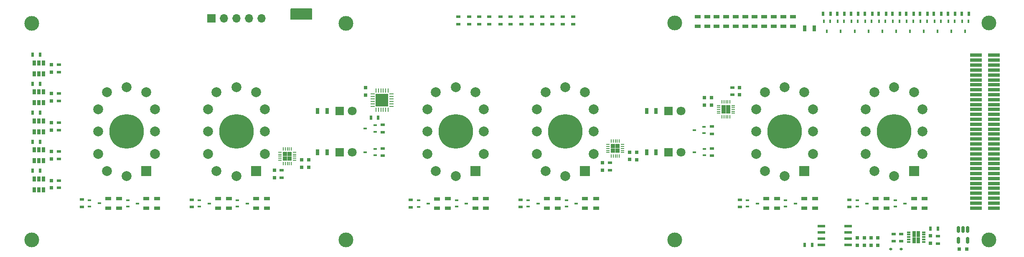
<source format=gbr>
%TF.GenerationSoftware,KiCad,Pcbnew,7.0.1*%
%TF.CreationDate,2023-08-11T20:05:16-05:00*%
%TF.ProjectId,IN12_carrier,494e3132-5f63-4617-9272-6965722e6b69,PRELIM*%
%TF.SameCoordinates,Original*%
%TF.FileFunction,Soldermask,Bot*%
%TF.FilePolarity,Negative*%
%FSLAX46Y46*%
G04 Gerber Fmt 4.6, Leading zero omitted, Abs format (unit mm)*
G04 Created by KiCad (PCBNEW 7.0.1) date 2023-08-11 20:05:16*
%MOMM*%
%LPD*%
G01*
G04 APERTURE LIST*
G04 Aperture macros list*
%AMRoundRect*
0 Rectangle with rounded corners*
0 $1 Rounding radius*
0 $2 $3 $4 $5 $6 $7 $8 $9 X,Y pos of 4 corners*
0 Add a 4 corners polygon primitive as box body*
4,1,4,$2,$3,$4,$5,$6,$7,$8,$9,$2,$3,0*
0 Add four circle primitives for the rounded corners*
1,1,$1+$1,$2,$3*
1,1,$1+$1,$4,$5*
1,1,$1+$1,$6,$7*
1,1,$1+$1,$8,$9*
0 Add four rect primitives between the rounded corners*
20,1,$1+$1,$2,$3,$4,$5,0*
20,1,$1+$1,$4,$5,$6,$7,0*
20,1,$1+$1,$6,$7,$8,$9,0*
20,1,$1+$1,$8,$9,$2,$3,0*%
G04 Aperture macros list end*
%ADD10C,3.000000*%
%ADD11C,7.000000*%
%ADD12R,2.000000X2.000000*%
%ADD13C,2.000000*%
%ADD14R,1.800000X1.800000*%
%ADD15C,1.800000*%
%ADD16R,0.700000X0.450000*%
%ADD17R,0.900000X0.500000*%
%ADD18R,1.300000X0.700000*%
%ADD19R,0.500000X0.900000*%
%ADD20R,0.750000X0.800000*%
%ADD21RoundRect,0.112500X-0.187500X-0.112500X0.187500X-0.112500X0.187500X0.112500X-0.187500X0.112500X0*%
%ADD22R,0.800000X0.750000*%
%ADD23R,2.438400X0.660400*%
%ADD24R,0.450000X0.700000*%
%ADD25O,0.750000X0.200000*%
%ADD26O,0.200000X0.750000*%
%ADD27R,0.925000X0.925000*%
%ADD28R,0.700000X1.300000*%
%ADD29R,0.650000X1.060000*%
%ADD30RoundRect,0.150000X-0.150000X0.512500X-0.150000X-0.512500X0.150000X-0.512500X0.150000X0.512500X0*%
%ADD31R,1.700000X1.700000*%
%ADD32O,1.700000X1.700000*%
%ADD33RoundRect,0.062500X-0.062500X0.350000X-0.062500X-0.350000X0.062500X-0.350000X0.062500X0.350000X0*%
%ADD34RoundRect,0.062500X-0.350000X0.062500X-0.350000X-0.062500X0.350000X-0.062500X0.350000X0.062500X0*%
%ADD35R,2.600000X2.600000*%
%ADD36R,0.650000X0.300000*%
%ADD37R,0.775000X1.240000*%
%ADD38R,1.550000X0.600000*%
G04 APERTURE END LIST*
D10*
%TO.C,H1201*%
X38263534Y-129344000D03*
%TD*%
D11*
%TO.C,V601*%
X57485754Y-107344000D03*
D12*
X61485754Y-115344000D03*
D13*
X63235754Y-111844000D03*
X63235754Y-107344000D03*
X63235754Y-102844000D03*
X61485754Y-99344000D03*
X61485754Y-99344000D03*
X61485754Y-99344000D03*
X61485754Y-99344000D03*
X57485754Y-98344000D03*
X53485754Y-99344000D03*
X51735754Y-102844000D03*
X51735754Y-107344000D03*
X51735754Y-111844000D03*
X53485754Y-115344000D03*
X57485754Y-116344000D03*
%TD*%
D10*
%TO.C,H1203*%
X101930200Y-85344000D03*
%TD*%
%TO.C,H1202*%
X38263534Y-85344000D03*
%TD*%
%TO.C,H1205*%
X168596468Y-85331400D03*
%TD*%
%TO.C,H1207*%
X232263134Y-85331400D03*
%TD*%
D14*
%TO.C,V609*%
X167321862Y-103177335D03*
D15*
X169861862Y-103177335D03*
%TD*%
D11*
%TO.C,V602*%
X190819084Y-107344000D03*
D12*
X194819084Y-115344000D03*
D13*
X196569084Y-111844000D03*
X196569084Y-107344000D03*
X196569084Y-102844000D03*
X194819084Y-99344000D03*
X194819084Y-99344000D03*
X194819084Y-99344000D03*
X194819084Y-99344000D03*
X190819084Y-98344000D03*
X186819084Y-99344000D03*
X185069084Y-102844000D03*
X185069084Y-107344000D03*
X185069084Y-111844000D03*
X186819084Y-115344000D03*
X190819084Y-116344000D03*
%TD*%
D11*
%TO.C,V605*%
X124152418Y-107344000D03*
D12*
X128152418Y-115344000D03*
D13*
X129902418Y-111844000D03*
X129902418Y-107344000D03*
X129902418Y-102844000D03*
X128152418Y-99344000D03*
X128152418Y-99344000D03*
X128152418Y-99344000D03*
X128152418Y-99344000D03*
X124152418Y-98344000D03*
X120152418Y-99344000D03*
X118402418Y-102844000D03*
X118402418Y-107344000D03*
X118402418Y-111844000D03*
X120152418Y-115344000D03*
X124152418Y-116344000D03*
%TD*%
D11*
%TO.C,V604*%
X213041304Y-107344000D03*
D12*
X217041304Y-115344000D03*
D13*
X218791304Y-111844000D03*
X218791304Y-107344000D03*
X218791304Y-102844000D03*
X217041304Y-99344000D03*
X217041304Y-99344000D03*
X217041304Y-99344000D03*
X217041304Y-99344000D03*
X213041304Y-98344000D03*
X209041304Y-99344000D03*
X207291304Y-102844000D03*
X207291304Y-107344000D03*
X207291304Y-111844000D03*
X209041304Y-115344000D03*
X213041304Y-116344000D03*
%TD*%
D11*
%TO.C,V608*%
X146374640Y-107344000D03*
D12*
X150374640Y-115344000D03*
D13*
X152124640Y-111844000D03*
X152124640Y-107344000D03*
X152124640Y-102844000D03*
X150374640Y-99344000D03*
X150374640Y-99344000D03*
X150374640Y-99344000D03*
X150374640Y-99344000D03*
X146374640Y-98344000D03*
X142374640Y-99344000D03*
X140624640Y-102844000D03*
X140624640Y-107344000D03*
X140624640Y-111844000D03*
X142374640Y-115344000D03*
X146374640Y-116344000D03*
%TD*%
D14*
%TO.C,V610*%
X167321862Y-111510665D03*
D15*
X169861862Y-111510665D03*
%TD*%
D10*
%TO.C,H1208*%
X232263534Y-129344000D03*
%TD*%
%TO.C,H1204*%
X101930200Y-129344000D03*
%TD*%
D14*
%TO.C,V606*%
X100655196Y-103177335D03*
D15*
X103195196Y-103177335D03*
%TD*%
D10*
%TO.C,H1206*%
X168596468Y-129344000D03*
%TD*%
D14*
%TO.C,V607*%
X100655196Y-111510665D03*
D15*
X103195196Y-111510665D03*
%TD*%
D11*
%TO.C,V603*%
X79707974Y-107344000D03*
D12*
X83707974Y-115344000D03*
D13*
X85457974Y-111844000D03*
X85457974Y-107344000D03*
X85457974Y-102844000D03*
X83707974Y-99344000D03*
X83707974Y-99344000D03*
X83707974Y-99344000D03*
X83707974Y-99344000D03*
X79707974Y-98344000D03*
X75707974Y-99344000D03*
X73957974Y-102844000D03*
X73957974Y-107344000D03*
X73957974Y-111844000D03*
X75707974Y-115344000D03*
X79707974Y-116344000D03*
%TD*%
D16*
%TO.C,Q403*%
X72202800Y-122570000D03*
X72202800Y-121270000D03*
X74202800Y-121920000D03*
%TD*%
D17*
%TO.C,R1018*%
X43721200Y-111389050D03*
X43721200Y-112889050D03*
%TD*%
D18*
%TO.C,R408*%
X144856200Y-122870000D03*
X144856200Y-120970000D03*
%TD*%
D17*
%TO.C,R1006*%
X135255200Y-84058600D03*
X135255200Y-85558600D03*
%TD*%
D19*
%TO.C,R510*%
X202957152Y-83439000D03*
X201457152Y-83439000D03*
%TD*%
D16*
%TO.C,Q515*%
X174516800Y-106372200D03*
X174516800Y-107672200D03*
X172516800Y-107022200D03*
%TD*%
D20*
%TO.C,C702*%
X87452200Y-115201000D03*
X87452200Y-116701000D03*
%TD*%
D17*
%TO.C,R1004*%
X130988000Y-84058600D03*
X130988000Y-85558600D03*
%TD*%
D20*
%TO.C,C304*%
X205594800Y-130391600D03*
X205594800Y-128891600D03*
%TD*%
D16*
%TO.C,Q402*%
X138877800Y-122570000D03*
X138877800Y-121270000D03*
X140877800Y-121920000D03*
%TD*%
D21*
%TO.C,D301*%
X212335400Y-131140200D03*
X214435400Y-131140200D03*
%TD*%
D18*
%TO.C,R404*%
X209321400Y-120970000D03*
X209321400Y-122870000D03*
%TD*%
%TO.C,R418*%
X53771800Y-120970000D03*
X53771800Y-122870000D03*
%TD*%
D19*
%TO.C,R1012*%
X38429700Y-103505000D03*
X39929700Y-103505000D03*
%TD*%
D17*
%TO.C,R1010*%
X143738800Y-84058600D03*
X143738800Y-85558600D03*
%TD*%
%TO.C,R1019*%
X43721200Y-117271100D03*
X43721200Y-118771100D03*
%TD*%
%TO.C,R512*%
X109413800Y-112256000D03*
X109413800Y-110756000D03*
%TD*%
D19*
%TO.C,R505*%
X205760958Y-83439000D03*
X204260958Y-83439000D03*
%TD*%
D20*
%TO.C,C706*%
X160858200Y-113043400D03*
X160858200Y-111543400D03*
%TD*%
D18*
%TO.C,R808*%
X175130460Y-85938400D03*
X175130460Y-84038400D03*
%TD*%
D20*
%TO.C,C704*%
X174599600Y-100443600D03*
X174599600Y-101943600D03*
%TD*%
D17*
%TO.C,R1009*%
X141706800Y-84058600D03*
X141706800Y-85558600D03*
%TD*%
D22*
%TO.C,C1001*%
X227749800Y-131171100D03*
X226249800Y-131171100D03*
%TD*%
D23*
%TO.C,J201*%
X233231133Y-91850000D03*
X233231133Y-92850001D03*
X233231133Y-93850001D03*
X233231133Y-94850002D03*
X233231133Y-95850000D03*
X233231133Y-96850000D03*
X233231133Y-97850001D03*
X233231133Y-98850001D03*
X233231133Y-99850002D03*
X233231133Y-100850000D03*
X233231133Y-101850000D03*
X233231133Y-102850001D03*
X233231133Y-103850002D03*
X233231133Y-104850002D03*
X233231133Y-105850000D03*
X233231133Y-106850001D03*
X233231133Y-107850001D03*
X233231133Y-108850002D03*
X233231133Y-109850002D03*
X233231133Y-110850000D03*
X233231133Y-111850001D03*
X233231133Y-112850001D03*
X233231133Y-113850002D03*
X233231133Y-114850002D03*
X233231133Y-115850000D03*
X233231133Y-116850001D03*
X233231133Y-117850002D03*
X233231133Y-118850002D03*
X233231133Y-119850000D03*
X233231133Y-120850001D03*
X233231133Y-121850001D03*
X233231133Y-122850002D03*
X229631135Y-91850000D03*
X229631135Y-92850001D03*
X229631135Y-93850001D03*
X229631135Y-94850002D03*
X229631135Y-95850000D03*
X229631135Y-96850000D03*
X229631135Y-97850001D03*
X229631135Y-98850001D03*
X229631135Y-99850002D03*
X229631135Y-100850000D03*
X229631135Y-101850000D03*
X229631135Y-102850001D03*
X229631135Y-103850002D03*
X229631135Y-104850002D03*
X229631135Y-105850000D03*
X229631135Y-106850001D03*
X229631135Y-107850001D03*
X229631135Y-108850002D03*
X229631135Y-109850002D03*
X229631135Y-110850000D03*
X229631135Y-111850001D03*
X229631135Y-112850001D03*
X229631135Y-113850002D03*
X229631135Y-114850002D03*
X229631135Y-115850000D03*
X229631135Y-116850001D03*
X229631135Y-117850002D03*
X229631135Y-118850002D03*
X229631135Y-119850000D03*
X229631135Y-120850001D03*
X229631135Y-121850001D03*
X229631135Y-122850002D03*
%TD*%
D24*
%TO.C,Q506*%
X223987600Y-84953600D03*
X225287600Y-84953600D03*
X224637600Y-86953600D03*
%TD*%
D20*
%TO.C,C301*%
X209709600Y-130391600D03*
X209709600Y-128891600D03*
%TD*%
D18*
%TO.C,R405*%
X142671800Y-120970000D03*
X142671800Y-122870000D03*
%TD*%
D19*
%TO.C,R504*%
X211368570Y-83439000D03*
X209868570Y-83439000D03*
%TD*%
D18*
%TO.C,R416*%
X187096400Y-120970000D03*
X187096400Y-122870000D03*
%TD*%
D17*
%TO.C,R401*%
X203987400Y-121170000D03*
X203987400Y-122670000D03*
%TD*%
D16*
%TO.C,Q409*%
X49977800Y-122544600D03*
X49977800Y-121244600D03*
X51977800Y-121894600D03*
%TD*%
D25*
%TO.C,U703*%
X155014800Y-111569400D03*
X155014800Y-111169400D03*
X155014800Y-110769400D03*
X155014800Y-110369400D03*
X155014800Y-109969400D03*
D26*
X155714800Y-109269400D03*
X156114800Y-109269400D03*
X156514800Y-109269400D03*
X156914800Y-109269400D03*
X157314800Y-109269400D03*
D25*
X158014800Y-109969400D03*
X158014800Y-110369400D03*
X158014800Y-110769400D03*
X158014800Y-111169400D03*
X158014800Y-111569400D03*
D26*
X157314800Y-112269400D03*
X156914800Y-112269400D03*
X156514800Y-112269400D03*
X156114800Y-112269400D03*
X155714800Y-112269400D03*
D27*
X156052300Y-110306900D03*
X156052300Y-111231900D03*
X156977300Y-110306900D03*
X156977300Y-111231900D03*
%TD*%
D17*
%TO.C,R516*%
X176072800Y-107772200D03*
X176072800Y-106272200D03*
%TD*%
D18*
%TO.C,R815*%
X188625480Y-85938400D03*
X188625480Y-84038400D03*
%TD*%
D17*
%TO.C,R1017*%
X43726300Y-105523600D03*
X43726300Y-107023600D03*
%TD*%
D19*
%TO.C,R1013*%
X38424600Y-109395850D03*
X39924600Y-109395850D03*
%TD*%
D28*
%TO.C,R514*%
X196794200Y-86360000D03*
X194894200Y-86360000D03*
%TD*%
%TO.C,R601*%
X96205000Y-103174800D03*
X98105000Y-103174800D03*
%TD*%
D29*
%TO.C,U1005*%
X38732600Y-111039050D03*
X39682600Y-111039050D03*
X40632600Y-111039050D03*
X40632600Y-113239050D03*
X39682600Y-113239050D03*
X38732600Y-113239050D03*
%TD*%
D16*
%TO.C,Q412*%
X57699400Y-122570000D03*
X57699400Y-121270000D03*
X59699400Y-121920000D03*
%TD*%
D17*
%TO.C,R1002*%
X126873200Y-84058600D03*
X126873200Y-85558600D03*
%TD*%
%TO.C,R1007*%
X137490400Y-84058600D03*
X137490400Y-85558600D03*
%TD*%
D19*
%TO.C,R501*%
X228191406Y-83439000D03*
X226691406Y-83439000D03*
%TD*%
D17*
%TO.C,R706*%
X155397200Y-113677000D03*
X155397200Y-115177000D03*
%TD*%
D18*
%TO.C,R411*%
X150393400Y-120970000D03*
X150393400Y-122870000D03*
%TD*%
D20*
%TO.C,C1007*%
X42227700Y-101124950D03*
X42227700Y-99624950D03*
%TD*%
D18*
%TO.C,R804*%
X130327400Y-120970000D03*
X130327400Y-122870000D03*
%TD*%
D20*
%TO.C,C701*%
X181711600Y-99886200D03*
X181711600Y-98386200D03*
%TD*%
%TO.C,C1010*%
X42222600Y-118771100D03*
X42222600Y-117271100D03*
%TD*%
D17*
%TO.C,R1005*%
X133223200Y-84058600D03*
X133223200Y-85558600D03*
%TD*%
D16*
%TO.C,Q410*%
X191024000Y-122570000D03*
X191024000Y-121270000D03*
X193024000Y-121920000D03*
%TD*%
%TO.C,Q405*%
X146599400Y-122570000D03*
X146599400Y-121270000D03*
X148599400Y-121920000D03*
%TD*%
D24*
%TO.C,Q509*%
X207164764Y-84953600D03*
X208464764Y-84953600D03*
X207814764Y-86953600D03*
%TD*%
D30*
%TO.C,U1002*%
X226049800Y-127163400D03*
X226999800Y-127163400D03*
X227949800Y-127163400D03*
X227949800Y-129438400D03*
X226049800Y-129438400D03*
%TD*%
D28*
%TO.C,R603*%
X162880000Y-103174800D03*
X164780000Y-103174800D03*
%TD*%
D17*
%TO.C,R301*%
X214477600Y-129604200D03*
X214477600Y-128104200D03*
%TD*%
D18*
%TO.C,R420*%
X122605800Y-122870000D03*
X122605800Y-120970000D03*
%TD*%
D20*
%TO.C,C707*%
X176022000Y-100443600D03*
X176022000Y-101943600D03*
%TD*%
D24*
%TO.C,Q501*%
X226791406Y-84953600D03*
X228091406Y-84953600D03*
X227441406Y-86953600D03*
%TD*%
D17*
%TO.C,R415*%
X48437800Y-121144600D03*
X48437800Y-122644600D03*
%TD*%
D18*
%TO.C,R410*%
X217043000Y-120970000D03*
X217043000Y-122870000D03*
%TD*%
%TO.C,R811*%
X180914040Y-85938400D03*
X180914040Y-84038400D03*
%TD*%
D17*
%TO.C,R705*%
X88900000Y-115201000D03*
X88900000Y-116701000D03*
%TD*%
D19*
%TO.C,R508*%
X214172376Y-83439000D03*
X212672376Y-83439000D03*
%TD*%
%TO.C,R507*%
X219779988Y-83439000D03*
X218279988Y-83439000D03*
%TD*%
D17*
%TO.C,R901*%
X148006000Y-84058600D03*
X148006000Y-85558600D03*
%TD*%
D29*
%TO.C,U1006*%
X38732600Y-116921100D03*
X39682600Y-116921100D03*
X40632600Y-116921100D03*
X40632600Y-119121100D03*
X39682600Y-119121100D03*
X38732600Y-119121100D03*
%TD*%
D17*
%TO.C,R1008*%
X139573200Y-84058600D03*
X139573200Y-85558600D03*
%TD*%
D24*
%TO.C,Q510*%
X201557152Y-84953600D03*
X202857152Y-84953600D03*
X202207152Y-86953600D03*
%TD*%
D20*
%TO.C,C1009*%
X42222600Y-112889050D03*
X42222600Y-111389050D03*
%TD*%
D19*
%TO.C,R701*%
X108471400Y-104521000D03*
X106971400Y-104521000D03*
%TD*%
D17*
%TO.C,R513*%
X109413800Y-107455400D03*
X109413800Y-105955400D03*
%TD*%
%TO.C,R1001*%
X124663400Y-84058600D03*
X124663400Y-85558600D03*
%TD*%
%TO.C,R413*%
X181762400Y-121170000D03*
X181762400Y-122670000D03*
%TD*%
D18*
%TO.C,R412*%
X83718400Y-120970000D03*
X83718400Y-122870000D03*
%TD*%
%TO.C,R424*%
X61493400Y-120970000D03*
X61493400Y-122870000D03*
%TD*%
D16*
%TO.C,Q512*%
X107857800Y-110856000D03*
X107857800Y-112156000D03*
X105857800Y-111506000D03*
%TD*%
D18*
%TO.C,R417*%
X120421400Y-120995400D03*
X120421400Y-122895400D03*
%TD*%
D20*
%TO.C,C1002*%
X105892600Y-99911600D03*
X105892600Y-98411600D03*
%TD*%
D17*
%TO.C,R302*%
X212928200Y-129604200D03*
X212928200Y-128104200D03*
%TD*%
D20*
%TO.C,C705*%
X94386400Y-114567400D03*
X94386400Y-113067400D03*
%TD*%
D17*
%TO.C,R704*%
X180263800Y-99886200D03*
X180263800Y-98386200D03*
%TD*%
D18*
%TO.C,R813*%
X184769760Y-85938400D03*
X184769760Y-84038400D03*
%TD*%
D20*
%TO.C,C303*%
X206966400Y-130391600D03*
X206966400Y-128891600D03*
%TD*%
D18*
%TO.C,R809*%
X177058320Y-85938400D03*
X177058320Y-84038400D03*
%TD*%
%TO.C,R409*%
X78181200Y-122870000D03*
X78181200Y-120970000D03*
%TD*%
D29*
%TO.C,U1007*%
X38732600Y-93392900D03*
X39682600Y-93392900D03*
X40632600Y-93392900D03*
X40632600Y-95592900D03*
X39682600Y-95592900D03*
X38732600Y-95592900D03*
%TD*%
D24*
%TO.C,Q507*%
X218379988Y-84953600D03*
X219679988Y-84953600D03*
X219029988Y-86953600D03*
%TD*%
D20*
%TO.C,C1008*%
X42227700Y-107023600D03*
X42227700Y-105523600D03*
%TD*%
D18*
%TO.C,R406*%
X75996800Y-120970000D03*
X75996800Y-122870000D03*
%TD*%
D16*
%TO.C,Q408*%
X116627400Y-122595400D03*
X116627400Y-121295400D03*
X118627400Y-121945400D03*
%TD*%
D18*
%TO.C,R421*%
X55956200Y-122870000D03*
X55956200Y-120970000D03*
%TD*%
%TO.C,R817*%
X192481200Y-85938400D03*
X192481200Y-84038400D03*
%TD*%
%TO.C,R807*%
X173202600Y-85938400D03*
X173202600Y-84038400D03*
%TD*%
D17*
%TO.C,R304*%
X221875500Y-130046400D03*
X221875500Y-128546400D03*
%TD*%
D19*
%TO.C,R503*%
X216976182Y-83439000D03*
X215476182Y-83439000D03*
%TD*%
D25*
%TO.C,U702*%
X88543000Y-113118800D03*
X88543000Y-112718800D03*
X88543000Y-112318800D03*
X88543000Y-111918800D03*
X88543000Y-111518800D03*
D26*
X89243000Y-110818800D03*
X89643000Y-110818800D03*
X90043000Y-110818800D03*
X90443000Y-110818800D03*
X90843000Y-110818800D03*
D25*
X91543000Y-111518800D03*
X91543000Y-111918800D03*
X91543000Y-112318800D03*
X91543000Y-112718800D03*
X91543000Y-113118800D03*
D26*
X90843000Y-113818800D03*
X90443000Y-113818800D03*
X90043000Y-113818800D03*
X89643000Y-113818800D03*
X89243000Y-113818800D03*
D27*
X89580500Y-111856300D03*
X89580500Y-112781300D03*
X90505500Y-111856300D03*
X90505500Y-112781300D03*
%TD*%
D25*
%TO.C,U701*%
X180443000Y-102019200D03*
X180443000Y-102419200D03*
X180443000Y-102819200D03*
X180443000Y-103219200D03*
X180443000Y-103619200D03*
D26*
X179743000Y-104319200D03*
X179343000Y-104319200D03*
X178943000Y-104319200D03*
X178543000Y-104319200D03*
X178143000Y-104319200D03*
D25*
X177443000Y-103619200D03*
X177443000Y-103219200D03*
X177443000Y-102819200D03*
X177443000Y-102419200D03*
X177443000Y-102019200D03*
D26*
X178143000Y-101319200D03*
X178543000Y-101319200D03*
X178943000Y-101319200D03*
X179343000Y-101319200D03*
X179743000Y-101319200D03*
D27*
X179405500Y-103281700D03*
X179405500Y-102356700D03*
X178480500Y-103281700D03*
X178480500Y-102356700D03*
%TD*%
D24*
%TO.C,Q503*%
X215576182Y-84953600D03*
X216876182Y-84953600D03*
X216226182Y-86953600D03*
%TD*%
D18*
%TO.C,R419*%
X189280800Y-122870000D03*
X189280800Y-120970000D03*
%TD*%
%TO.C,R806*%
X63677800Y-120970000D03*
X63677800Y-122870000D03*
%TD*%
D31*
%TO.C,J1001*%
X74625200Y-84328000D03*
D32*
X77165200Y-84328000D03*
X79705200Y-84328000D03*
X82245200Y-84328000D03*
X84785200Y-84328000D03*
%TD*%
D24*
%TO.C,Q508*%
X212772376Y-84953600D03*
X214072376Y-84953600D03*
X213422376Y-86953600D03*
%TD*%
%TO.C,Q504*%
X209968570Y-84953600D03*
X211268570Y-84953600D03*
X210618570Y-86953600D03*
%TD*%
D16*
%TO.C,Q514*%
X174532800Y-110856000D03*
X174532800Y-112156000D03*
X172532800Y-111506000D03*
%TD*%
D19*
%TO.C,R509*%
X208564764Y-83439000D03*
X207064764Y-83439000D03*
%TD*%
D20*
%TO.C,C1016*%
X42222600Y-95242900D03*
X42222600Y-93742900D03*
%TD*%
D19*
%TO.C,R511*%
X200153346Y-83451800D03*
X198653346Y-83451800D03*
%TD*%
%TO.C,R1020*%
X38444900Y-97631750D03*
X39944900Y-97631750D03*
%TD*%
D20*
%TO.C,C703*%
X153949400Y-113677000D03*
X153949400Y-115177000D03*
%TD*%
D28*
%TO.C,R604*%
X162880000Y-111506000D03*
X164780000Y-111506000D03*
%TD*%
D17*
%TO.C,R515*%
X176088800Y-112256000D03*
X176088800Y-110756000D03*
%TD*%
D29*
%TO.C,U1004*%
X38727500Y-105165800D03*
X39677500Y-105165800D03*
X40627500Y-105165800D03*
X40627500Y-107365800D03*
X39677500Y-107365800D03*
X38727500Y-107365800D03*
%TD*%
D18*
%TO.C,R805*%
X85902800Y-120970000D03*
X85902800Y-122870000D03*
%TD*%
%TO.C,R422*%
X194818000Y-120970000D03*
X194818000Y-122870000D03*
%TD*%
D19*
%TO.C,R1015*%
X38450000Y-91749700D03*
X39950000Y-91749700D03*
%TD*%
D20*
%TO.C,C305*%
X220402300Y-129959800D03*
X220402300Y-128459800D03*
%TD*%
D18*
%TO.C,R803*%
X152603200Y-120970000D03*
X152603200Y-122870000D03*
%TD*%
D28*
%TO.C,R602*%
X96205000Y-111506000D03*
X98105000Y-111506000D03*
%TD*%
D16*
%TO.C,Q513*%
X107857800Y-106055400D03*
X107857800Y-107355400D03*
X105857800Y-106705400D03*
%TD*%
D17*
%TO.C,R1021*%
X43721200Y-93742900D03*
X43721200Y-95242900D03*
%TD*%
D20*
%TO.C,C708*%
X92964000Y-114567400D03*
X92964000Y-113067400D03*
%TD*%
D17*
%TO.C,R1003*%
X128956000Y-84058600D03*
X128956000Y-85558600D03*
%TD*%
%TO.C,R1016*%
X43726300Y-99624950D03*
X43726300Y-101124950D03*
%TD*%
D24*
%TO.C,Q505*%
X204360958Y-84953600D03*
X205660958Y-84953600D03*
X205010958Y-86953600D03*
%TD*%
D16*
%TO.C,Q407*%
X183302400Y-122570000D03*
X183302400Y-121270000D03*
X185302400Y-121920000D03*
%TD*%
D18*
%TO.C,R810*%
X178986180Y-85938400D03*
X178986180Y-84038400D03*
%TD*%
D29*
%TO.C,U1003*%
X38727500Y-99274950D03*
X39677500Y-99274950D03*
X40627500Y-99274950D03*
X40627500Y-101474950D03*
X39677500Y-101474950D03*
X38727500Y-101474950D03*
%TD*%
D18*
%TO.C,R802*%
X197002400Y-120970000D03*
X197002400Y-122870000D03*
%TD*%
D17*
%TO.C,R403*%
X70662800Y-121170000D03*
X70662800Y-122670000D03*
%TD*%
D16*
%TO.C,Q401*%
X205527400Y-122570000D03*
X205527400Y-121270000D03*
X207527400Y-121920000D03*
%TD*%
D17*
%TO.C,R402*%
X137337800Y-121170000D03*
X137337800Y-122670000D03*
%TD*%
D16*
%TO.C,Q411*%
X124349000Y-122570000D03*
X124349000Y-121270000D03*
X126349000Y-121920000D03*
%TD*%
D24*
%TO.C,Q511*%
X198753346Y-84966400D03*
X200053346Y-84966400D03*
X199403346Y-86966400D03*
%TD*%
D17*
%TO.C,R414*%
X115087400Y-121195400D03*
X115087400Y-122695400D03*
%TD*%
D20*
%TO.C,C709*%
X159435800Y-113018000D03*
X159435800Y-111518000D03*
%TD*%
D19*
%TO.C,R305*%
X196380800Y-130302000D03*
X194880800Y-130302000D03*
%TD*%
D33*
%TO.C,U1001*%
X107995400Y-99027500D03*
X108495400Y-99027500D03*
X108995400Y-99027500D03*
X109495400Y-99027500D03*
X109995400Y-99027500D03*
X110495400Y-99027500D03*
D34*
X111182900Y-99715000D03*
X111182900Y-100215000D03*
X111182900Y-100715000D03*
X111182900Y-101215000D03*
X111182900Y-101715000D03*
X111182900Y-102215000D03*
D33*
X110495400Y-102902500D03*
X109995400Y-102902500D03*
X109495400Y-102902500D03*
X108995400Y-102902500D03*
X108495400Y-102902500D03*
X107995400Y-102902500D03*
D34*
X107307900Y-102215000D03*
X107307900Y-101715000D03*
X107307900Y-101215000D03*
X107307900Y-100715000D03*
X107307900Y-100215000D03*
X107307900Y-99715000D03*
D35*
X109245400Y-100965000D03*
%TD*%
D16*
%TO.C,Q406*%
X79924400Y-122570000D03*
X79924400Y-121270000D03*
X81924400Y-121920000D03*
%TD*%
D36*
%TO.C,U302*%
X219050200Y-127752600D03*
X219050200Y-128252600D03*
X219050200Y-128752600D03*
X219050200Y-129252600D03*
X219050200Y-129752600D03*
X215950200Y-129752600D03*
X215950200Y-129252600D03*
X215950200Y-128752600D03*
X215950200Y-128252600D03*
X215950200Y-127752600D03*
D37*
X217887700Y-129372600D03*
X217887700Y-128132600D03*
X217112700Y-129372600D03*
X217112700Y-128132600D03*
%TD*%
D18*
%TO.C,R407*%
X211505800Y-122870000D03*
X211505800Y-120970000D03*
%TD*%
D19*
%TO.C,R502*%
X222583794Y-83439000D03*
X221083794Y-83439000D03*
%TD*%
D38*
%TO.C,U301*%
X198315600Y-130302000D03*
X198315600Y-129032000D03*
X198315600Y-127762000D03*
X198315600Y-126492000D03*
X203715600Y-126492000D03*
X203715600Y-127762000D03*
X203715600Y-129032000D03*
X203715600Y-130302000D03*
%TD*%
D18*
%TO.C,R812*%
X182841900Y-85938400D03*
X182841900Y-84038400D03*
%TD*%
D19*
%TO.C,R506*%
X225387600Y-83439000D03*
X223887600Y-83439000D03*
%TD*%
%TO.C,R1014*%
X38424600Y-115277900D03*
X39924600Y-115277900D03*
%TD*%
D18*
%TO.C,R816*%
X190553340Y-85938400D03*
X190553340Y-84038400D03*
%TD*%
D17*
%TO.C,R1011*%
X145872400Y-84058600D03*
X145872400Y-85558600D03*
%TD*%
D18*
%TO.C,R801*%
X219202000Y-120970000D03*
X219202000Y-122870000D03*
%TD*%
D24*
%TO.C,Q502*%
X221183794Y-84953600D03*
X222483794Y-84953600D03*
X221833794Y-86953600D03*
%TD*%
D18*
%TO.C,R423*%
X128143000Y-120970000D03*
X128143000Y-122870000D03*
%TD*%
D16*
%TO.C,Q404*%
X213249000Y-122570000D03*
X213249000Y-121270000D03*
X215249000Y-121920000D03*
%TD*%
D18*
%TO.C,R814*%
X186697620Y-85938400D03*
X186697620Y-84038400D03*
%TD*%
D20*
%TO.C,C302*%
X208338000Y-130391600D03*
X208338000Y-128891600D03*
%TD*%
D19*
%TO.C,R303*%
X221863500Y-127061200D03*
X220363500Y-127061200D03*
%TD*%
G36*
X94984800Y-82360613D02*
G01*
X95030187Y-82406000D01*
X95046800Y-82468000D01*
X95046800Y-84508800D01*
X95030187Y-84570800D01*
X94984800Y-84616187D01*
X94922800Y-84632800D01*
X90827400Y-84632800D01*
X90765400Y-84616187D01*
X90720013Y-84570800D01*
X90703400Y-84508800D01*
X90703400Y-82468000D01*
X90720013Y-82406000D01*
X90765400Y-82360613D01*
X90827400Y-82344000D01*
X94922800Y-82344000D01*
X94984800Y-82360613D01*
G37*
M02*

</source>
